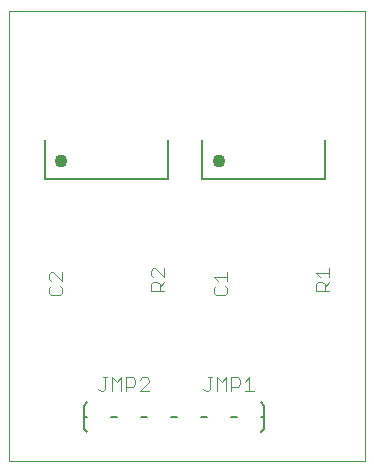
<source format=gto>
G75*
%MOIN*%
%OFA0B0*%
%FSLAX24Y24*%
%IPPOS*%
%LPD*%
%AMOC8*
5,1,8,0,0,1.08239X$1,22.5*
%
%ADD10C,0.0000*%
%ADD11C,0.0080*%
%ADD12C,0.0435*%
%ADD13C,0.0040*%
D10*
X000220Y000100D02*
X000220Y015096D01*
X012090Y015096D01*
X012090Y000100D01*
X000220Y000100D01*
D11*
X002720Y001160D02*
X002830Y001050D01*
X002720Y001160D02*
X002720Y001550D01*
X002720Y001940D01*
X002830Y002050D01*
X002820Y001550D02*
X002720Y001550D01*
X003620Y001550D02*
X003820Y001550D01*
X004620Y001550D02*
X004820Y001550D01*
X005620Y001550D02*
X005820Y001550D01*
X006620Y001550D02*
X006820Y001550D01*
X007620Y001550D02*
X007820Y001550D01*
X008620Y001550D02*
X008720Y001550D01*
X008720Y001940D01*
X008610Y002050D01*
X008720Y001550D02*
X008720Y001160D01*
X008610Y001050D01*
X006673Y009500D02*
X006673Y010800D01*
X005517Y010800D02*
X005517Y009500D01*
X001423Y009500D01*
X001423Y010800D01*
X006673Y009500D02*
X010767Y009500D01*
X010767Y010800D01*
D12*
X007214Y010080D03*
X001964Y010080D03*
D13*
X002000Y006387D02*
X002000Y006080D01*
X001693Y006387D01*
X001616Y006387D01*
X001540Y006311D01*
X001540Y006157D01*
X001616Y006080D01*
X001616Y005927D02*
X001540Y005850D01*
X001540Y005697D01*
X001616Y005620D01*
X001923Y005620D01*
X002000Y005697D01*
X002000Y005850D01*
X001923Y005927D01*
X003352Y002880D02*
X003505Y002880D01*
X003429Y002880D02*
X003429Y002497D01*
X003352Y002420D01*
X003275Y002420D01*
X003198Y002497D01*
X003659Y002420D02*
X003659Y002880D01*
X003812Y002727D01*
X003966Y002880D01*
X003966Y002420D01*
X004119Y002420D02*
X004119Y002880D01*
X004349Y002880D01*
X004426Y002804D01*
X004426Y002650D01*
X004349Y002573D01*
X004119Y002573D01*
X004580Y002420D02*
X004887Y002727D01*
X004887Y002804D01*
X004810Y002880D01*
X004656Y002880D01*
X004580Y002804D01*
X004580Y002420D02*
X004887Y002420D01*
X006698Y002497D02*
X006775Y002420D01*
X006852Y002420D01*
X006929Y002497D01*
X006929Y002880D01*
X007005Y002880D02*
X006852Y002880D01*
X007159Y002880D02*
X007312Y002727D01*
X007466Y002880D01*
X007466Y002420D01*
X007619Y002420D02*
X007619Y002880D01*
X007849Y002880D01*
X007926Y002804D01*
X007926Y002650D01*
X007849Y002573D01*
X007619Y002573D01*
X007159Y002420D02*
X007159Y002880D01*
X008080Y002727D02*
X008233Y002880D01*
X008233Y002420D01*
X008080Y002420D02*
X008387Y002420D01*
X007423Y005620D02*
X007116Y005620D01*
X007040Y005697D01*
X007040Y005850D01*
X007116Y005927D01*
X007193Y006080D02*
X007040Y006234D01*
X007500Y006234D01*
X007500Y006387D02*
X007500Y006080D01*
X007423Y005927D02*
X007500Y005850D01*
X007500Y005697D01*
X007423Y005620D01*
X005400Y005749D02*
X004940Y005749D01*
X004940Y005979D01*
X005016Y006056D01*
X005170Y006056D01*
X005247Y005979D01*
X005247Y005749D01*
X005247Y005903D02*
X005400Y006056D01*
X005400Y006210D02*
X005093Y006517D01*
X005016Y006517D01*
X004940Y006440D01*
X004940Y006286D01*
X005016Y006210D01*
X005400Y006210D02*
X005400Y006517D01*
X010440Y006363D02*
X010900Y006363D01*
X010900Y006210D02*
X010900Y006517D01*
X010593Y006210D02*
X010440Y006363D01*
X010516Y006056D02*
X010440Y005979D01*
X010440Y005749D01*
X010900Y005749D01*
X010747Y005749D02*
X010747Y005979D01*
X010670Y006056D01*
X010516Y006056D01*
X010747Y005903D02*
X010900Y006056D01*
M02*

</source>
